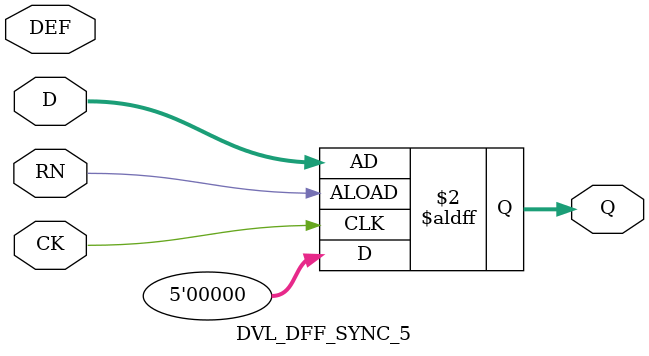
<source format=v>

module DVL_DFF_SYNC_5  (CK,D,DEF,Q,RN);
input[31:0] DEF;
input[4:0] D;
input[0:0] CK;
output reg [4:0] Q;
input[0:0] RN;

always @(posedge CK or negedge RN)
  if (RN)
    Q <= 32'h0;
  else
    Q <= D;

endmodule


</source>
